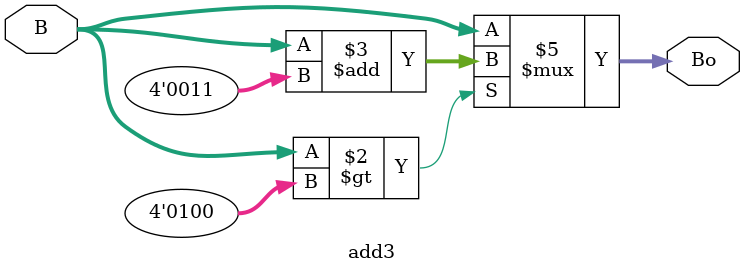
<source format=sv>
`timescale 1ns / 1ps

module add3(
    input [3:0] B,
    output reg [3:0] Bo
    );
    
    always @*
        if (B > 4'd4)
            Bo = B + 4'd3;
        else
            Bo = B;
    
endmodule
</source>
